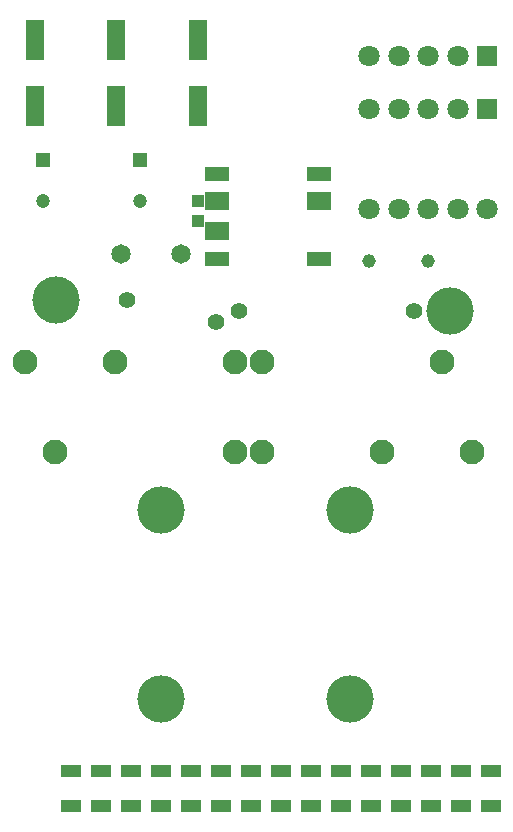
<source format=gts>
G04*
G04 #@! TF.GenerationSoftware,Altium Limited,Altium Designer,23.0.1 (38)*
G04*
G04 Layer_Color=8388736*
%FSTAX43Y43*%
%MOMM*%
G71*
G04*
G04 #@! TF.SameCoordinates,251AB1EA-40F0-4E74-92E7-BAF76BE2301E*
G04*
G04*
G04 #@! TF.FilePolarity,Negative*
G04*
G01*
G75*
%ADD14R,1.600X3.500*%
%ADD15R,2.032X1.524*%
%ADD16R,2.032X1.168*%
%ADD17R,1.800X1.000*%
%ADD18R,1.000X1.100*%
%ADD19C,1.400*%
%ADD20C,1.150*%
%ADD21R,1.200X1.200*%
%ADD22C,1.200*%
%ADD23C,4.000*%
%ADD24C,2.100*%
%ADD25C,0.700*%
%ADD26C,1.650*%
%ADD27C,1.388*%
%ADD28C,1.800*%
%ADD29R,1.800X1.800*%
%ADD30C,0.500*%
D14*
X0017196Y0062326D02*
D03*
Y0067926D02*
D03*
X0010312Y0062326D02*
D03*
Y0067926D02*
D03*
X0003454Y0062326D02*
D03*
Y0067926D02*
D03*
D15*
X0018847Y0051742D02*
D03*
X0027483Y0054282D02*
D03*
X0018847D02*
D03*
D16*
X0027483Y0056645D02*
D03*
Y004938D02*
D03*
X0018847D02*
D03*
Y0056645D02*
D03*
D17*
X0006426Y0003071D02*
D03*
Y0006071D02*
D03*
X0008966Y0003071D02*
D03*
Y0006071D02*
D03*
X0011506Y0003071D02*
D03*
Y0006071D02*
D03*
X0014046Y0003071D02*
D03*
Y0006071D02*
D03*
X0016586Y0003071D02*
D03*
Y0006071D02*
D03*
X0019126Y0003071D02*
D03*
Y0006071D02*
D03*
X0021666Y0003071D02*
D03*
Y0006071D02*
D03*
X0024206Y0003071D02*
D03*
Y0006071D02*
D03*
X0026746Y0003071D02*
D03*
Y0006071D02*
D03*
X0029286Y0003071D02*
D03*
Y0006071D02*
D03*
X0031826Y0003071D02*
D03*
Y0006071D02*
D03*
X0034366Y0003071D02*
D03*
Y0006071D02*
D03*
X0036906D02*
D03*
Y0003071D02*
D03*
X0039446D02*
D03*
Y0006071D02*
D03*
X0041986Y0003071D02*
D03*
Y0006071D02*
D03*
D18*
X0017221Y0052582D02*
D03*
Y0054282D02*
D03*
D19*
X0011236Y0045909D02*
D03*
X0018736Y0044109D02*
D03*
D20*
X0031699Y0049251D02*
D03*
X0036699D02*
D03*
D21*
X0012294Y0057785D02*
D03*
X0004115Y0057782D02*
D03*
D22*
X0012294Y0054285D02*
D03*
X0004115Y0054282D02*
D03*
D23*
X0014073Y0012142D02*
D03*
X0030073Y0028142D02*
D03*
Y0012142D02*
D03*
X0014073Y0028142D02*
D03*
X0005174Y0045909D02*
D03*
X0038593Y0045009D02*
D03*
D24*
X002032Y0040716D02*
D03*
Y0033096D02*
D03*
X001016Y0040716D02*
D03*
X000254D02*
D03*
X000508Y0033096D02*
D03*
X0037897Y0040716D02*
D03*
X0040437Y0033096D02*
D03*
X0032817D02*
D03*
X0022657Y0040716D02*
D03*
Y0033096D02*
D03*
D25*
X0005149Y0044309D02*
D03*
X0006288Y0044759D02*
D03*
X0006774Y0045883D02*
D03*
X0006324Y0047022D02*
D03*
X00052Y0047509D02*
D03*
X0004061Y0047058D02*
D03*
X0003574Y0045934D02*
D03*
X0004025Y0044795D02*
D03*
X0038568Y0043409D02*
D03*
X0039707Y0043859D02*
D03*
X0040194Y0044983D02*
D03*
X0039743Y0046122D02*
D03*
X0038619Y0046609D02*
D03*
X003748Y0046158D02*
D03*
X0036993Y0045034D02*
D03*
X0037444Y0043895D02*
D03*
D26*
X0015773Y004986D02*
D03*
X0010693D02*
D03*
D27*
X0020726Y0045009D02*
D03*
X0035535D02*
D03*
D28*
X0041728Y0053618D02*
D03*
X0039228D02*
D03*
X0036728D02*
D03*
X0034228D02*
D03*
X0031728D02*
D03*
Y0062128D02*
D03*
X0034228D02*
D03*
X0036728D02*
D03*
X0039228D02*
D03*
X0031728Y0066628D02*
D03*
X0034228D02*
D03*
X0036728D02*
D03*
X0039228D02*
D03*
D29*
X0041728Y0062128D02*
D03*
Y0066628D02*
D03*
D30*
X0021666Y0006071D02*
D03*
M02*

</source>
